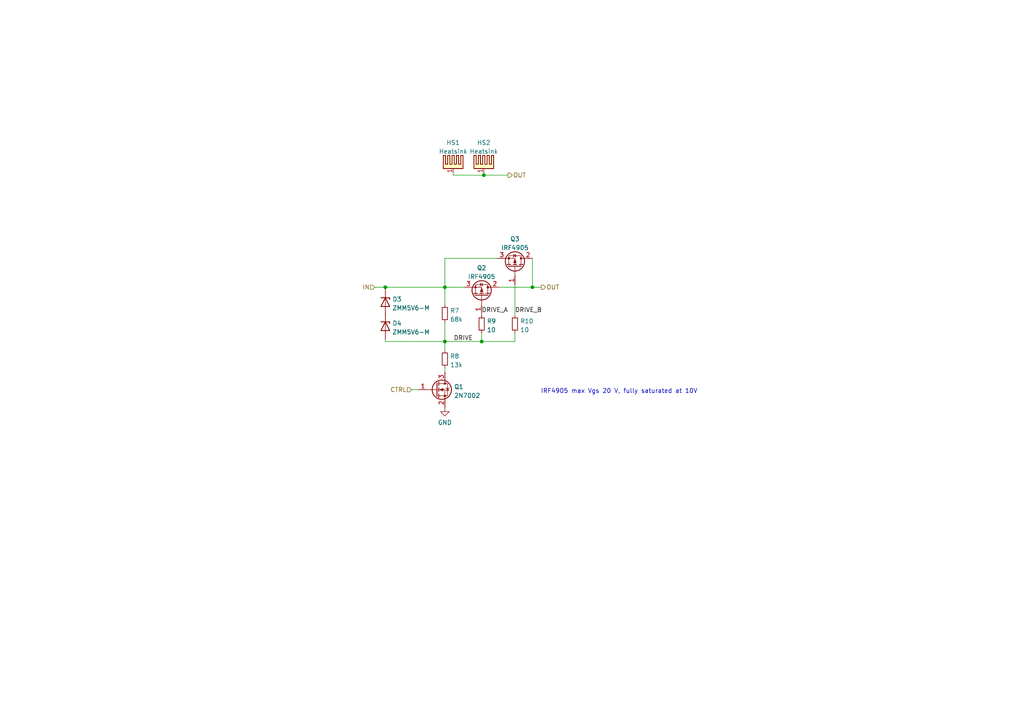
<source format=kicad_sch>
(kicad_sch (version 20211123) (generator eeschema)
  (paper "A4")
  (title_block (date "2023-10-12") (rev "0.5"))
  (lib_symbols
    (symbol "Device:R_Small" (pin_numbers hide) (pin_names (offset 0.254) hide)
      (property "Reference" "R" (at 0.762 0.508 0))
      (property "Value" "R_Small" (at 0.762 -1.016 0))
      (symbol "R_Small_0_1"
        (rectangle (start -0.762 1.778) (end 0.762 -1.778) (stroke (width 0.2032)))
      )
      (symbol "R_Small_1_1"
        (pin passive line (at 0 2.54 270) (length 0.762) (name "~") (number "1"))
        (pin passive line (at 0 -2.54 90) (length 0.762) (name "~") (number "2"))
      )
    )
    (symbol "Diode:ZMMxx" (pin_numbers hide) (pin_names hide)
      (property "Reference" "D" (at 0 2.54 0))
      (property "Value" "ZMMxx" (at 0 -2.54 0))
      (symbol "ZMMxx_0_1"
        (polyline (pts (xy 1.27 0) (xy -1.27 0)))
        (polyline (pts (xy -1.27 -1.27) (xy -1.27 1.27) (xy -0.762 1.27)) (stroke (width 0.254)))
        (polyline (pts (xy 1.27 -1.27) (xy 1.27 1.27) (xy -1.27 0) (xy 1.27 -1.27)) (stroke (width 0.254)))
      )
      (symbol "ZMMxx_1_1"
        (pin passive line (at -3.81 0 0) (length 2.54) (name "K") (number "1"))
        (pin passive line (at 3.81 0 180) (length 2.54) (name "A") (number "2"))
      )
    )
    (symbol "Mechanical:Heatsink_Pad" (pin_names (offset 0))
      (property "Reference" "HS" (at 0 5.715 0))
      (property "Value" "Heatsink_Pad" (at 0 3.81 0))
      (symbol "Heatsink_Pad_0_1"
        (polyline (pts (xy -0.3302 0) (xy -0.9652 0) (xy -0.9652 2.54) (xy -1.6002 2.54) (xy -1.6002 0) (xy -2.2352 0) (xy -2.2352 2.54) (xy -2.8702 2.54) (xy -2.8702 -1.27) (xy -0.9652 -1.27)) (stroke (width 0.254)) (fill (type background)))
        (polyline (pts (xy -0.3302 0) (xy -0.3302 2.54) (xy 0.3048 2.54) (xy 0.3048 0) (xy 0.9398 0) (xy 0.9398 2.54) (xy 1.5748 2.54) (xy 1.5748 0) (xy 2.2098 0) (xy 2.2098 2.54) (xy 2.8448 2.54) (xy 2.8448 -1.27) (xy -0.9652 -1.27)) (stroke (width 0.254)) (fill (type background)))
      )
      (symbol "Heatsink_Pad_1_1"
        (pin passive line (at 0 -2.54 90) (length 1.27) (name "~") (number "1"))
      )
    )
    (symbol "Transistor_FET:2N7002" (pin_names hide)
      (property "Reference" "Q" (at 5.08 1.905 0))
      (property "Value" "2N7002" (at 5.08 0 0))
      (symbol "2N7002_0_1"
        (polyline (pts (xy 0.254 0) (xy -2.54 0)))
        (polyline (pts (xy 0.254 1.905) (xy 0.254 -1.905)) (stroke (width 0.254)))
        (polyline (pts (xy 0.762 -1.27) (xy 0.762 -2.286)) (stroke (width 0.254)))
        (polyline (pts (xy 0.762 0.508) (xy 0.762 -0.508)) (stroke (width 0.254)))
        (polyline (pts (xy 0.762 2.286) (xy 0.762 1.27)) (stroke (width 0.254)))
        (polyline (pts (xy 2.54 2.54) (xy 2.54 1.778)))
        (polyline (pts (xy 2.54 -2.54) (xy 2.54 0) (xy 0.762 0)))
        (polyline (pts (xy 0.762 -1.778) (xy 3.302 -1.778) (xy 3.302 1.778) (xy 0.762 1.778)))
        (polyline (pts (xy 1.016 0) (xy 2.032 0.381) (xy 2.032 -0.381) (xy 1.016 0)) (fill (type outline)))
        (polyline (pts (xy 2.794 0.508) (xy 2.921 0.381) (xy 3.683 0.381) (xy 3.81 0.254)))
        (polyline (pts (xy 3.302 0.381) (xy 2.921 -0.254) (xy 3.683 -0.254) (xy 3.302 0.381)))
        (circle (center 1.651 0) (radius 2.794) (stroke (width 0.254)))
        (circle (center 2.54 -1.778) (radius 0.254) (fill (type outline)))
        (circle (center 2.54 1.778) (radius 0.254) (fill (type outline)))
      )
      (symbol "2N7002_1_1"
        (pin input line (at -5.08 0 0) (length 2.54) (name "G") (number "1"))
        (pin passive line (at 2.54 -5.08 90) (length 2.54) (name "S") (number "2"))
        (pin passive line (at 2.54 5.08 270) (length 2.54) (name "D") (number "3"))
      )
    )
    (symbol "Transistor_FET:IRF4905" (pin_names hide)
      (property "Reference" "Q" (at 5.08 1.905 0))
      (property "Value" "IRF4905" (at 5.08 0 0))
      (symbol "IRF4905_0_1"
        (polyline (pts (xy 0.254 0) (xy -2.54 0)))
        (polyline (pts (xy 0.254 1.905) (xy 0.254 -1.905)) (stroke (width 0.254)))
        (polyline (pts (xy 0.762 -1.27) (xy 0.762 -2.286)) (stroke (width 0.254)))
        (polyline (pts (xy 0.762 0.508) (xy 0.762 -0.508)) (stroke (width 0.254)))
        (polyline (pts (xy 0.762 2.286) (xy 0.762 1.27)) (stroke (width 0.254)))
        (polyline (pts (xy 2.54 2.54) (xy 2.54 1.778)))
        (polyline (pts (xy 2.54 -2.54) (xy 2.54 0) (xy 0.762 0)))
        (polyline (pts (xy 0.762 1.778) (xy 3.302 1.778) (xy 3.302 -1.778) (xy 0.762 -1.778)))
        (polyline (pts (xy 2.286 0) (xy 1.27 0.381) (xy 1.27 -0.381) (xy 2.286 0)) (fill (type outline)))
        (polyline (pts (xy 2.794 -0.508) (xy 2.921 -0.381) (xy 3.683 -0.381) (xy 3.81 -0.254)))
        (polyline (pts (xy 3.302 -0.381) (xy 2.921 0.254) (xy 3.683 0.254) (xy 3.302 -0.381)))
        (circle (center 1.651 0) (radius 2.794) (stroke (width 0.254)))
        (circle (center 2.54 -1.778) (radius 0.254) (fill (type outline)))
        (circle (center 2.54 1.778) (radius 0.254) (fill (type outline)))
      )
      (symbol "IRF4905_1_1"
        (pin input line (at -5.08 0 0) (length 2.54) (name "G") (number "1"))
        (pin passive line (at 2.54 5.08 270) (length 2.54) (name "D") (number "2"))
        (pin passive line (at 2.54 -5.08 90) (length 2.54) (name "S") (number "3"))
      )
    )
    (symbol "power:GND" (power) (pin_names (offset 0))
      (property "Value" "GND" (at 0 -3.81 0))
      (symbol "GND_0_1"
        (polyline (pts (xy 0 0) (xy 0 -1.27) (xy 1.27 -1.27) (xy 0 -2.54) (xy -1.27 -1.27) (xy 0 -1.27)))
      )
      (symbol "GND_1_1"
        (pin power_in line (at 0 0 270) (length 0) hide (name "GND") (number "1"))
      )
    )
  )
  (junction (at 139.7 99.06))
  (junction (at 129.032 83.312))
  (junction (at 129.032 99.06))
  (junction (at 111.76 83.312))
  (junction (at 140.335 50.8))
  (junction (at 154.432 83.312))
  (wire (pts (xy 131.445 50.8) (xy 140.335 50.8)))
  (wire (pts (xy 131.445 50.8) (xy 131.445 50.165)))
  (wire (pts (xy 149.352 82.55) (xy 149.352 91.44)))
  (wire (pts (xy 129.032 83.312) (xy 134.62 83.312)))
  (wire (pts (xy 108.712 83.312) (xy 111.76 83.312)))
  (wire (pts (xy 129.032 93.472) (xy 129.032 99.06)))
  (wire (pts (xy 111.76 83.312) (xy 129.032 83.312)))
  (wire (pts (xy 154.432 74.93) (xy 154.432 83.312)))
  (wire (pts (xy 111.76 98.425) (xy 111.76 99.06)))
  (wire (pts (xy 129.032 83.312) (xy 129.032 88.392)))
  (wire (pts (xy 139.7 96.52) (xy 139.7 99.06)))
  (wire (pts (xy 154.432 83.312) (xy 156.972 83.312)))
  (wire (pts (xy 149.352 96.52) (xy 149.352 99.06)))
  (wire (pts (xy 129.032 74.93) (xy 129.032 83.312)))
  (wire (pts (xy 144.272 74.93) (xy 129.032 74.93)))
  (wire (pts (xy 111.76 99.06) (xy 129.032 99.06)))
  (wire (pts (xy 144.78 83.312) (xy 154.432 83.312)))
  (wire (pts (xy 139.7 99.06) (xy 149.352 99.06)))
  (wire (pts (xy 129.032 99.06) (xy 129.032 101.6)))
  (wire (pts (xy 140.335 50.8) (xy 140.335 50.165)))
  (wire (pts (xy 140.335 50.8) (xy 147.32 50.8)))
  (wire (pts (xy 129.032 106.68) (xy 129.032 107.95)))
  (wire (pts (xy 129.032 99.06) (xy 139.7 99.06)))
  (wire (pts (xy 119.38 113.03) (xy 121.412 113.03)))
  (wire (pts (xy 111.76 83.82) (xy 111.76 83.312)))
  (wire (pts (xy 139.7 90.932) (xy 139.7 91.44)))
  (wire (pts (xy 111.76 91.44) (xy 111.76 90.805)))
  (text "IRF4905 max Vgs 20 V, fully saturated at 10V" (at 156.845 114.3 0) (effects (font (size 1.27 1.27)) (justify left bottom)))
  (label "DRIVE" (at 131.572 99.06 0))
  (label "DRIVE_B" (at 149.352 90.932 0))
  (label "DRIVE_A" (at 139.7 90.932 0))
  (hierarchical_label "IN" (shape input) (at 108.712 83.312 180))
  (hierarchical_label "OUT" (shape output) (at 156.972 83.312 0))
  (hierarchical_label "OUT" (shape output) (at 147.32 50.8 0))
  (hierarchical_label "CTRL" (shape input) (at 119.38 113.03 180))
  (symbol (lib_id "power:GND") (at 129.032 118.11 0) (unit 1)
    (property "Reference" "#PWR020" (effects hide))
    (property "Value" "GND" (at 129.032 122.5534 0))
  )
  (symbol (lib_id "Device:R_Small") (at 129.032 90.932 0) (unit 1)
    (property "Reference" "R7" (at 130.5306 90.0973 0) (effects (justify left)))
    (property "Value" "68k" (at 130.5306 92.6342 0) (effects (justify left)))
    (property "Footprint" "Resistor_SMD:R_0603_1608Metric" (effects hide))
    (property "LCSC" "C23231" (effects hide))
  )
  (symbol (lib_id "Device:R_Small") (at 129.032 104.14 0) (unit 1)
    (property "Reference" "R8" (at 130.5306 103.3053 0) (effects (justify left)))
    (property "Value" "13k" (at 130.5306 105.8422 0) (effects (justify left)))
    (property "Footprint" "Resistor_SMD:R_0603_1608Metric" (effects hide))
    (property "LCSC" "C22797" (effects hide))
  )
  (symbol (lib_id "Mechanical:Heatsink_Pad") (at 131.445 47.625 0) (unit 1)
    (property "Reference" "HS1" (at 131.4323 41.3852 0))
    (property "Value" "Heatsink" (at 131.4323 43.9221 0))
    (property "Footprint" "Own parts:Heatsink_AAVID_576802B03900G-nocourt" (effects hide))
  )
  (symbol (lib_id "Transistor_FET:IRF4905") (at 139.7 85.852 270) (mirror x) (unit 1)
    (property "Reference" "Q2" (at 139.7 77.7072 90))
    (property "Value" "IRF4905" (at 139.7 80.2441 90))
    (property "Footprint" "Package_TO_SOT_THT:TO-220-3_Vertical" (effects hide))
    (property "Datasheet" "http://www.infineon.com/dgdl/irf4905.pdf?fileId=5546d462533600a4015355e32165197c" (effects hide))
  )
  (symbol (lib_id "Device:R_Small") (at 149.352 93.98 180) (unit 1)
    (property "Reference" "R10" (at 150.8506 93.1453 0) (effects (justify right)))
    (property "Value" "10" (at 150.8506 95.6822 0) (effects (justify right)))
    (property "Footprint" "Resistor_SMD:R_0603_1608Metric" (effects hide))
    (property "LCSC" "C22859" (effects hide))
  )
  (symbol (lib_id "Diode:ZMMxx") (at 111.76 94.615 270) (unit 1)
    (property "Reference" "D4" (at 113.792 93.7803 90) (effects (justify left)))
    (property "Value" "ZMM5V6-M" (at 113.792 96.3172 90) (effects (justify left)))
    (property "Footprint" "Diode_SMD:D_MiniMELF" (effects hide))
    (property "Datasheet" "https://diotec.com/tl_files/diotec/files/pdf/datasheets/zmm1.pdf" (effects hide))
    (property "LCSC" "C8062" (effects hide))
  )
  (symbol (lib_id "Device:R_Small") (at 139.7 93.98 180) (unit 1)
    (property "Reference" "R9" (at 141.1986 93.1453 0) (effects (justify right)))
    (property "Value" "10" (at 141.1986 95.6822 0) (effects (justify right)))
    (property "Footprint" "Resistor_SMD:R_0603_1608Metric" (effects hide))
    (property "LCSC" "C22859" (effects hide))
  )
  (symbol (lib_id "Transistor_FET:2N7002") (at 126.492 113.03 0) (unit 1)
    (property "Reference" "Q1" (at 131.699 112.1953 0) (effects (justify left)))
    (property "Value" "2N7002" (at 131.699 114.7322 0) (effects (justify left)))
    (property "Footprint" "Package_TO_SOT_SMD:SOT-23" (effects hide))
    (property "Datasheet" "https://www.onsemi.com/pub/Collateral/NDS7002A-D.PDF" (effects hide))
    (property "LCSC" "C8545" (effects hide))
  )
  (symbol (lib_id "Diode:ZMMxx") (at 111.76 87.63 270) (unit 1)
    (property "Reference" "D3" (at 113.792 86.7953 90) (effects (justify left)))
    (property "Value" "ZMM5V6-M" (at 113.792 89.3322 90) (effects (justify left)))
    (property "Footprint" "Diode_SMD:D_MiniMELF" (effects hide))
    (property "Datasheet" "https://diotec.com/tl_files/diotec/files/pdf/datasheets/zmm1.pdf" (effects hide))
    (property "LCSC" "C8062" (effects hide))
  )
  (symbol (lib_id "Transistor_FET:IRF4905") (at 149.352 77.47 270) (mirror x) (unit 1)
    (property "Reference" "Q3" (at 149.352 69.3252 90))
    (property "Value" "IRF4905" (at 149.352 71.8621 90))
    (property "Footprint" "Package_TO_SOT_THT:TO-220-3_Vertical" (effects hide))
    (property "Datasheet" "http://www.infineon.com/dgdl/irf4905.pdf?fileId=5546d462533600a4015355e32165197c" (effects hide))
  )
  (symbol (lib_id "Mechanical:Heatsink_Pad") (at 140.335 47.625 0) (unit 1)
    (property "Reference" "HS2" (at 140.3223 41.3852 0))
    (property "Value" "Heatsink" (at 140.3223 43.9221 0))
    (property "Footprint" "Own parts:Heatsink_AAVID_576802B03900G-nocourt" (effects hide))
  )
)
</source>
